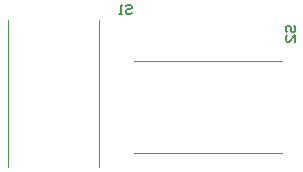
<source format=gbo>
G04*
G04 #@! TF.GenerationSoftware,Altium Limited,Altium Designer,21.0.9 (235)*
G04*
G04 Layer_Color=32896*
%FSLAX25Y25*%
%MOIN*%
G70*
G04*
G04 #@! TF.SameCoordinates,B8C923A0-899F-4986-8B49-ABE338B4BB89*
G04*
G04*
G04 #@! TF.FilePolarity,Positive*
G04*
G01*
G75*
%ADD15C,0.00394*%
%ADD17C,0.00591*%
D15*
X227256Y339394D02*
Y388606D01*
X196744Y339394D02*
Y388606D01*
X238894Y374756D02*
X288106D01*
X238894Y344244D02*
X288106D01*
D17*
X289950Y384462D02*
X289426Y384986D01*
Y386036D01*
X289950Y386561D01*
X290475D01*
X291000Y386036D01*
Y384986D01*
X291525Y384462D01*
X292050D01*
X292574Y384986D01*
Y386036D01*
X292050Y386561D01*
X292574Y381313D02*
Y383412D01*
X290475Y381313D01*
X289950D01*
X289426Y381838D01*
Y382888D01*
X289950Y383412D01*
X236000Y393050D02*
X236525Y393574D01*
X237574D01*
X238099Y393050D01*
Y392525D01*
X237574Y392000D01*
X236525D01*
X236000Y391475D01*
Y390950D01*
X236525Y390426D01*
X237574D01*
X238099Y390950D01*
X234950Y390426D02*
X233901D01*
X234426D01*
Y393574D01*
X234950Y393050D01*
M02*

</source>
